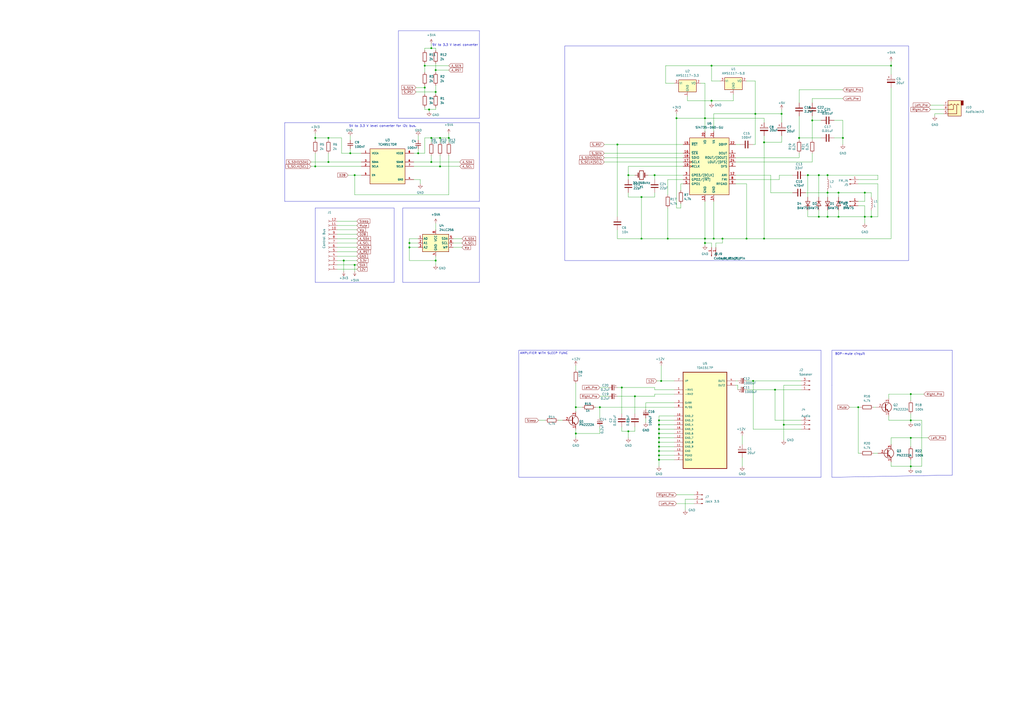
<source format=kicad_sch>
(kicad_sch (version 20230121) (generator eeschema)
  (paper "A2")
  (junction (at 438.15 66.04))
  (junction (at 182.88 80.01))
  (junction (at 383.54 220.98))
  (junction (at 368.3 229.87))
  (junction (at 372.11 114.3))
  (junction (at 190.5 80.01))
  (junction (at 528.32 254))
  (junction (at 205.74 101.6))
  (junction (at 382.27 251.46))
  (junction (at 237.49 143.51))
  (junction (at 454.66 246.38))
  (junction (at 347.98 236.22))
  (junction (at 528.32 270.51))
  (junction (at 392.43 68.58))
  (junction (at 246.38 38.1))
  (junction (at 252.73 40.64))
  (junction (at 382.27 256.54))
  (junction (at 412.75 58.42))
  (junction (at 364.49 250.19))
  (junction (at 419.1 138.43))
  (junction (at 199.39 151.13))
  (junction (at 528.32 228.6))
  (junction (at 246.38 50.8))
  (junction (at 203.2 88.9))
  (junction (at 468.63 101.6))
  (junction (at 463.55 80.01))
  (junction (at 260.35 80.01))
  (junction (at 237.49 140.97))
  (junction (at 248.92 63.5))
  (junction (at 436.88 220.98))
  (junction (at 250.19 80.01))
  (junction (at 364.49 101.6))
  (junction (at 408.94 140.97))
  (junction (at 382.27 254))
  (junction (at 453.39 66.04))
  (junction (at 379.73 101.6))
  (junction (at 480.06 101.6))
  (junction (at 443.23 138.43))
  (junction (at 252.73 151.13))
  (junction (at 205.74 153.67))
  (junction (at 382.27 246.38))
  (junction (at 486.41 111.76))
  (junction (at 382.27 248.92))
  (junction (at 382.27 261.62))
  (junction (at 358.14 83.82))
  (junction (at 474.98 125.73))
  (junction (at 474.98 101.6))
  (junction (at 255.27 80.01))
  (junction (at 334.01 236.22))
  (junction (at 255.27 96.52))
  (junction (at 252.73 53.34))
  (junction (at 443.23 82.55))
  (junction (at 382.27 266.7))
  (junction (at 334.01 251.46))
  (junction (at 372.11 138.43))
  (junction (at 471.17 69.85))
  (junction (at 382.27 243.84))
  (junction (at 497.84 236.22))
  (junction (at 182.88 96.52))
  (junction (at 242.57 88.9))
  (junction (at 190.5 93.98))
  (junction (at 414.02 138.43))
  (junction (at 382.27 259.08))
  (junction (at 408.94 138.43))
  (junction (at 408.94 68.58))
  (junction (at 528.32 243.84))
  (junction (at 480.06 111.76))
  (junction (at 412.75 38.1))
  (junction (at 501.65 111.76))
  (junction (at 449.58 226.06))
  (junction (at 433.07 138.43))
  (junction (at 250.19 93.98))
  (junction (at 382.27 264.16))
  (junction (at 250.19 27.94))
  (junction (at 488.95 80.01))
  (junction (at 360.68 224.79))
  (junction (at 501.65 125.73))
  (junction (at 387.35 138.43))
  (junction (at 516.89 38.1))
  (junction (at 505.46 125.73))
  (junction (at 480.06 125.73))
  (junction (at 486.41 125.73))
  (wire (pts (xy 414.02 66.04) (xy 414.02 76.2)))
  (wire (pts (xy 252.73 27.94) (xy 252.73 29.21)))
  (wire (pts (xy 347.98 236.22) (xy 391.16 236.22)))
  (wire (pts (xy 474.98 125.73) (xy 480.06 125.73)))
  (wire (pts (xy 199.39 157.48) (xy 199.39 151.13)))
  (wire (pts (xy 246.38 63.5) (xy 246.38 62.23)))
  (wire (pts (xy 394.97 106.68) (xy 394.97 110.49)))
  (wire (pts (xy 190.5 80.01) (xy 190.5 81.28)))
  (wire (pts (xy 207.01 130.81) (xy 195.58 130.81)))
  (wire (pts (xy 497.84 116.84) (xy 501.65 116.84)))
  (wire (pts (xy 433.07 46.99) (xy 438.15 46.99)))
  (wire (pts (xy 207.01 146.05) (xy 195.58 146.05)))
  (wire (pts (xy 453.39 78.74) (xy 453.39 82.55)))
  (wire (pts (xy 474.98 101.6) (xy 480.06 101.6)))
  (wire (pts (xy 190.5 88.9) (xy 190.5 93.98)))
  (wire (pts (xy 539.75 60.96) (xy 547.37 60.96)))
  (wire (pts (xy 480.06 125.73) (xy 486.41 125.73)))
  (wire (pts (xy 207.01 156.21) (xy 195.58 156.21)))
  (wire (pts (xy 382.27 266.7) (xy 382.27 270.51)))
  (wire (pts (xy 207.01 151.13) (xy 199.39 151.13)))
  (wire (pts (xy 387.35 120.65) (xy 387.35 138.43)))
  (wire (pts (xy 426.72 93.98) (xy 471.17 93.98)))
  (wire (pts (xy 358.14 83.82) (xy 358.14 125.73)))
  (wire (pts (xy 480.06 111.76) (xy 480.06 114.3)))
  (wire (pts (xy 433.07 220.98) (xy 436.88 220.98)))
  (polyline (pts (xy 278.13 71.12) (xy 278.13 116.84)))
  (wire (pts (xy 381 220.98) (xy 383.54 220.98)))
  (wire (pts (xy 443.23 138.43) (xy 516.89 138.43)))
  (wire (pts (xy 195.58 128.27) (xy 207.01 128.27)))
  (wire (pts (xy 372.11 114.3) (xy 372.11 138.43)))
  (wire (pts (xy 347.98 251.46) (xy 347.98 247.65)))
  (wire (pts (xy 433.07 106.68) (xy 433.07 138.43)))
  (wire (pts (xy 246.38 38.1) (xy 260.35 38.1)))
  (wire (pts (xy 347.98 236.22) (xy 345.44 236.22)))
  (wire (pts (xy 453.39 63.5) (xy 453.39 66.04)))
  (wire (pts (xy 382.27 248.92) (xy 382.27 246.38)))
  (wire (pts (xy 539.75 63.5) (xy 547.37 63.5)))
  (wire (pts (xy 207.01 148.59) (xy 195.58 148.59)))
  (wire (pts (xy 505.46 121.92) (xy 505.46 125.73)))
  (wire (pts (xy 358.14 138.43) (xy 358.14 133.35)))
  (polyline (pts (xy 278.13 17.78) (xy 278.13 68.58)))
  (wire (pts (xy 246.38 49.53) (xy 246.38 50.8)))
  (wire (pts (xy 242.57 138.43) (xy 237.49 138.43)))
  (polyline (pts (xy 278.13 163.83) (xy 278.13 120.65)))
  (wire (pts (xy 382.27 261.62) (xy 382.27 264.16)))
  (polyline (pts (xy 278.13 68.58) (xy 231.14 68.58)))
  (wire (pts (xy 433.07 138.43) (xy 443.23 138.43)))
  (wire (pts (xy 398.78 58.42) (xy 412.75 58.42)))
  (wire (pts (xy 427.99 223.52) (xy 427.99 226.06)))
  (wire (pts (xy 374.65 233.68) (xy 391.16 233.68)))
  (wire (pts (xy 528.32 270.51) (xy 528.32 271.78)))
  (wire (pts (xy 542.29 66.04) (xy 547.37 66.04)))
  (wire (pts (xy 515.62 228.6) (xy 528.32 228.6)))
  (wire (pts (xy 242.57 86.36) (xy 242.57 88.9)))
  (wire (pts (xy 334.01 251.46) (xy 334.01 254)))
  (wire (pts (xy 386.08 38.1) (xy 386.08 48.26)))
  (wire (pts (xy 467.36 101.6) (xy 468.63 101.6)))
  (wire (pts (xy 408.94 142.24) (xy 408.94 140.97)))
  (wire (pts (xy 463.55 52.07) (xy 463.55 59.69)))
  (wire (pts (xy 449.58 226.06) (xy 464.82 226.06)))
  (wire (pts (xy 398.78 55.88) (xy 398.78 58.42)))
  (wire (pts (xy 250.19 93.98) (xy 250.19 90.17)))
  (polyline (pts (xy 233.68 120.65) (xy 233.68 163.83)))
  (wire (pts (xy 368.3 229.87) (xy 368.3 240.03)))
  (wire (pts (xy 347.98 224.79) (xy 353.06 224.79)))
  (wire (pts (xy 463.55 81.28) (xy 463.55 80.01)))
  (wire (pts (xy 243.84 104.14) (xy 243.84 106.68)))
  (wire (pts (xy 387.35 104.14) (xy 396.24 104.14)))
  (wire (pts (xy 199.39 151.13) (xy 195.58 151.13)))
  (wire (pts (xy 207.01 153.67) (xy 205.74 153.67)))
  (wire (pts (xy 205.74 113.03) (xy 260.35 113.03)))
  (wire (pts (xy 205.74 101.6) (xy 205.74 113.03)))
  (wire (pts (xy 364.49 250.19) (xy 368.3 250.19)))
  (polyline (pts (xy 527.05 151.13) (xy 527.05 26.67)))
  (wire (pts (xy 347.98 229.87) (xy 353.06 229.87)))
  (wire (pts (xy 391.16 264.16) (xy 382.27 264.16)))
  (wire (pts (xy 534.67 243.84) (xy 534.67 270.51)))
  (wire (pts (xy 364.49 250.19) (xy 364.49 254)))
  (wire (pts (xy 323.85 243.84) (xy 326.39 243.84)))
  (wire (pts (xy 347.98 242.57) (xy 347.98 236.22)))
  (wire (pts (xy 488.95 57.15) (xy 471.17 57.15)))
  (wire (pts (xy 364.49 101.6) (xy 368.3 101.6)))
  (wire (pts (xy 241.3 50.8) (xy 246.38 50.8)))
  (wire (pts (xy 360.68 224.79) (xy 360.68 240.03)))
  (wire (pts (xy 414.02 138.43) (xy 419.1 138.43)))
  (wire (pts (xy 386.08 48.26) (xy 391.16 48.26)))
  (wire (pts (xy 528.32 228.6) (xy 535.94 228.6)))
  (wire (pts (xy 468.63 101.6) (xy 468.63 114.3)))
  (wire (pts (xy 486.41 121.92) (xy 486.41 125.73)))
  (polyline (pts (xy 165.1 116.84) (xy 165.1 71.12)))
  (wire (pts (xy 474.98 101.6) (xy 474.98 114.3)))
  (wire (pts (xy 360.68 250.19) (xy 364.49 250.19)))
  (wire (pts (xy 426.72 104.14) (xy 452.12 104.14)))
  (wire (pts (xy 486.41 111.76) (xy 501.65 111.76)))
  (wire (pts (xy 387.35 138.43) (xy 408.94 138.43)))
  (wire (pts (xy 240.03 104.14) (xy 243.84 104.14)))
  (wire (pts (xy 515.62 231.14) (xy 515.62 228.6)))
  (wire (pts (xy 382.27 248.92) (xy 391.16 248.92)))
  (wire (pts (xy 419.1 140.97) (xy 419.1 138.43)))
  (wire (pts (xy 486.41 125.73) (xy 501.65 125.73)))
  (wire (pts (xy 528.32 243.84) (xy 528.32 240.03)))
  (wire (pts (xy 426.72 220.98) (xy 427.99 220.98)))
  (wire (pts (xy 480.06 111.76) (xy 486.41 111.76)))
  (wire (pts (xy 379.73 226.06) (xy 379.73 224.79)))
  (wire (pts (xy 205.74 101.6) (xy 209.55 101.6)))
  (wire (pts (xy 382.27 241.3) (xy 391.16 241.3)))
  (wire (pts (xy 237.49 143.51) (xy 237.49 140.97)))
  (wire (pts (xy 408.94 116.84) (xy 408.94 138.43)))
  (wire (pts (xy 501.65 125.73) (xy 505.46 125.73)))
  (polyline (pts (xy 476.25 276.86) (xy 476.25 203.2)))
  (wire (pts (xy 509.27 106.68) (xy 509.27 125.73)))
  (wire (pts (xy 516.89 35.56) (xy 516.89 38.1)))
  (polyline (pts (xy 482.6 203.2) (xy 482.6 223.52)))
  (wire (pts (xy 246.38 88.9) (xy 246.38 80.01)))
  (wire (pts (xy 430.53 252.73) (xy 430.53 257.81)))
  (wire (pts (xy 501.65 125.73) (xy 501.65 129.54)))
  (wire (pts (xy 190.5 80.01) (xy 198.12 80.01)))
  (wire (pts (xy 248.92 63.5) (xy 246.38 63.5)))
  (wire (pts (xy 250.19 93.98) (xy 266.7 93.98)))
  (polyline (pts (xy 231.14 17.78) (xy 278.13 17.78)))
  (wire (pts (xy 387.35 113.03) (xy 387.35 104.14)))
  (wire (pts (xy 382.27 264.16) (xy 382.27 266.7)))
  (wire (pts (xy 426.72 106.68) (xy 433.07 106.68)))
  (wire (pts (xy 364.49 96.52) (xy 396.24 96.52)))
  (wire (pts (xy 394.97 118.11) (xy 394.97 120.65)))
  (wire (pts (xy 454.66 223.52) (xy 454.66 246.38)))
  (wire (pts (xy 452.12 101.6) (xy 459.74 101.6)))
  (wire (pts (xy 205.74 157.48) (xy 205.74 153.67)))
  (wire (pts (xy 501.65 119.38) (xy 501.65 125.73)))
  (wire (pts (xy 198.12 88.9) (xy 198.12 80.01)))
  (polyline (pts (xy 182.88 163.83) (xy 228.6 163.83)))
  (wire (pts (xy 242.57 143.51) (xy 237.49 143.51)))
  (polyline (pts (xy 527.05 26.67) (xy 327.66 26.67)))
  (wire (pts (xy 372.11 114.3) (xy 379.73 114.3)))
  (wire (pts (xy 468.63 121.92) (xy 468.63 125.73)))
  (wire (pts (xy 379.73 229.87) (xy 379.73 228.6)))
  (wire (pts (xy 242.57 88.9) (xy 246.38 88.9)))
  (wire (pts (xy 443.23 78.74) (xy 443.23 82.55)))
  (wire (pts (xy 464.82 248.92) (xy 436.88 248.92)))
  (polyline (pts (xy 327.66 26.67) (xy 327.66 151.13)))
  (wire (pts (xy 374.65 233.68) (xy 374.65 237.49)))
  (wire (pts (xy 509.27 104.14) (xy 497.84 104.14)))
  (wire (pts (xy 364.49 111.76) (xy 364.49 114.3)))
  (wire (pts (xy 408.94 68.58) (xy 443.23 68.58)))
  (wire (pts (xy 488.95 80.01) (xy 488.95 83.82)))
  (wire (pts (xy 497.84 106.68) (xy 509.27 106.68)))
  (wire (pts (xy 468.63 101.6) (xy 474.98 101.6)))
  (wire (pts (xy 392.43 287.02) (xy 402.59 287.02)))
  (wire (pts (xy 501.65 116.84) (xy 501.65 111.76)))
  (wire (pts (xy 433.07 226.06) (xy 449.58 226.06)))
  (wire (pts (xy 262.89 143.51) (xy 267.97 143.51)))
  (wire (pts (xy 350.52 83.82) (xy 358.14 83.82)))
  (wire (pts (xy 509.27 101.6) (xy 509.27 104.14)))
  (wire (pts (xy 476.25 69.85) (xy 471.17 69.85)))
  (wire (pts (xy 360.68 247.65) (xy 360.68 250.19)))
  (wire (pts (xy 382.27 254) (xy 382.27 256.54)))
  (wire (pts (xy 505.46 111.76) (xy 505.46 114.3)))
  (wire (pts (xy 528.32 243.84) (xy 534.67 243.84)))
  (polyline (pts (xy 228.6 163.83) (xy 228.6 120.65)))
  (wire (pts (xy 260.35 113.03) (xy 260.35 90.17)))
  (wire (pts (xy 248.92 64.77) (xy 248.92 63.5)))
  (wire (pts (xy 379.73 101.6) (xy 396.24 101.6)))
  (wire (pts (xy 453.39 82.55) (xy 443.23 82.55)))
  (wire (pts (xy 542.29 67.31) (xy 542.29 66.04)))
  (wire (pts (xy 471.17 88.9) (xy 471.17 93.98)))
  (wire (pts (xy 383.54 220.98) (xy 383.54 212.09)))
  (wire (pts (xy 237.49 143.51) (xy 237.49 151.13)))
  (wire (pts (xy 368.3 247.65) (xy 368.3 250.19)))
  (wire (pts (xy 240.03 96.52) (xy 255.27 96.52)))
  (wire (pts (xy 201.93 101.6) (xy 205.74 101.6)))
  (wire (pts (xy 364.49 101.6) (xy 364.49 104.14)))
  (polyline (pts (xy 165.1 71.12) (xy 278.13 71.12)))
  (wire (pts (xy 334.01 236.22) (xy 337.82 236.22)))
  (wire (pts (xy 190.5 93.98) (xy 209.55 93.98)))
  (wire (pts (xy 534.67 270.51) (xy 528.32 270.51)))
  (wire (pts (xy 454.66 246.38) (xy 464.82 246.38)))
  (wire (pts (xy 408.94 48.26) (xy 406.4 48.26)))
  (wire (pts (xy 246.38 27.94) (xy 250.19 27.94)))
  (wire (pts (xy 426.72 91.44) (xy 463.55 91.44)))
  (wire (pts (xy 412.75 58.42) (xy 412.75 59.69)))
  (wire (pts (xy 255.27 80.01) (xy 260.35 80.01)))
  (polyline (pts (xy 233.68 163.83) (xy 278.13 163.83)))
  (wire (pts (xy 207.01 138.43) (xy 195.58 138.43)))
  (wire (pts (xy 382.27 246.38) (xy 382.27 243.84)))
  (wire (pts (xy 408.94 140.97) (xy 408.94 138.43)))
  (wire (pts (xy 408.94 68.58) (xy 392.43 68.58)))
  (wire (pts (xy 255.27 80.01) (xy 255.27 82.55)))
  (wire (pts (xy 417.83 46.99) (xy 412.75 46.99)))
  (wire (pts (xy 252.73 148.59) (xy 252.73 151.13)))
  (wire (pts (xy 452.12 104.14) (xy 452.12 101.6)))
  (wire (pts (xy 509.27 125.73) (xy 505.46 125.73)))
  (wire (pts (xy 379.73 114.3) (xy 379.73 111.76)))
  (wire (pts (xy 240.03 88.9) (xy 242.57 88.9)))
  (wire (pts (xy 246.38 50.8) (xy 246.38 54.61)))
  (wire (pts (xy 248.92 63.5) (xy 252.73 63.5)))
  (polyline (pts (xy 552.45 203.2) (xy 482.6 203.2)))
  (wire (pts (xy 425.45 58.42) (xy 425.45 54.61)))
  (wire (pts (xy 415.29 143.51) (xy 415.29 140.97)))
  (wire (pts (xy 182.88 96.52) (xy 209.55 96.52)))
  (wire (pts (xy 334.01 236.22) (xy 334.01 238.76)))
  (wire (pts (xy 350.52 88.9) (xy 396.24 88.9)))
  (wire (pts (xy 237.49 140.97) (xy 242.57 140.97)))
  (wire (pts (xy 506.73 236.22) (xy 508 236.22)))
  (wire (pts (xy 252.73 40.64) (xy 252.73 41.91)))
  (polyline (pts (xy 482.6 276.86) (xy 552.45 275.59)))
  (wire (pts (xy 382.27 243.84) (xy 391.16 243.84)))
  (wire (pts (xy 486.41 111.76) (xy 486.41 114.3)))
  (wire (pts (xy 499.11 262.89) (xy 497.84 262.89)))
  (wire (pts (xy 392.43 68.58) (xy 392.43 120.65)))
  (wire (pts (xy 528.32 270.51) (xy 516.89 270.51)))
  (wire (pts (xy 453.39 71.12) (xy 453.39 66.04)))
  (wire (pts (xy 412.75 46.99) (xy 412.75 38.1)))
  (wire (pts (xy 255.27 96.52) (xy 266.7 96.52)))
  (polyline (pts (xy 278.13 116.84) (xy 165.1 116.84)))
  (wire (pts (xy 408.94 48.26) (xy 408.94 68.58)))
  (wire (pts (xy 394.97 106.68) (xy 396.24 106.68)))
  (wire (pts (xy 488.95 69.85) (xy 488.95 80.01)))
  (wire (pts (xy 203.2 88.9) (xy 209.55 88.9)))
  (polyline (pts (xy 233.68 120.65) (xy 278.13 120.65)))
  (wire (pts (xy 474.98 121.92) (xy 474.98 125.73)))
  (wire (pts (xy 426.72 83.82) (xy 429.26 83.82)))
  (wire (pts (xy 246.38 80.01) (xy 250.19 80.01)))
  (wire (pts (xy 350.52 91.44) (xy 396.24 91.44)))
  (wire (pts (xy 412.75 143.51) (xy 412.75 140.97)))
  (wire (pts (xy 312.42 243.84) (xy 316.23 243.84)))
  (wire (pts (xy 334.01 251.46) (xy 347.98 251.46)))
  (wire (pts (xy 207.01 133.35) (xy 195.58 133.35)))
  (wire (pts (xy 414.02 116.84) (xy 414.02 138.43)))
  (wire (pts (xy 375.92 101.6) (xy 379.73 101.6)))
  (polyline (pts (xy 182.88 120.65) (xy 182.88 163.83)))
  (wire (pts (xy 483.87 69.85) (xy 488.95 69.85)))
  (wire (pts (xy 408.94 68.58) (xy 408.94 76.2)))
  (wire (pts (xy 391.16 226.06) (xy 379.73 226.06)))
  (wire (pts (xy 528.32 254) (xy 538.48 254)))
  (wire (pts (xy 182.88 80.01) (xy 190.5 80.01)))
  (wire (pts (xy 392.43 292.1) (xy 402.59 292.1)))
  (wire (pts (xy 516.89 254) (xy 528.32 254)))
  (wire (pts (xy 392.43 66.04) (xy 392.43 68.58)))
  (wire (pts (xy 430.53 265.43) (xy 430.53 270.51)))
  (wire (pts (xy 415.29 140.97) (xy 419.1 140.97)))
  (wire (pts (xy 397.51 289.56) (xy 397.51 295.91)))
  (wire (pts (xy 180.34 96.52) (xy 182.88 96.52)))
  (wire (pts (xy 506.73 262.89) (xy 509.27 262.89)))
  (wire (pts (xy 459.74 111.76) (xy 447.04 111.76)))
  (wire (pts (xy 412.75 38.1) (xy 516.89 38.1)))
  (wire (pts (xy 255.27 96.52) (xy 255.27 90.17)))
  (wire (pts (xy 358.14 229.87) (xy 368.3 229.87)))
  (wire (pts (xy 372.11 138.43) (xy 387.35 138.43)))
  (wire (pts (xy 386.08 38.1) (xy 412.75 38.1)))
  (wire (pts (xy 237.49 138.43) (xy 237.49 140.97)))
  (wire (pts (xy 262.89 140.97) (xy 267.97 140.97)))
  (wire (pts (xy 182.88 96.52) (xy 182.88 88.9)))
  (polyline (pts (xy 482.6 223.52) (xy 482.6 276.86)))
  (wire (pts (xy 252.73 53.34) (xy 252.73 54.61)))
  (wire (pts (xy 463.55 67.31) (xy 463.55 80.01)))
  (wire (pts (xy 241.3 53.34) (xy 252.73 53.34)))
  (wire (pts (xy 246.38 27.94) (xy 246.38 29.21)))
  (wire (pts (xy 364.49 96.52) (xy 364.49 101.6)))
  (wire (pts (xy 252.73 129.54) (xy 252.73 133.35)))
  (wire (pts (xy 260.35 82.55) (xy 260.35 80.01)))
  (wire (pts (xy 334.01 248.92) (xy 334.01 251.46)))
  (wire (pts (xy 252.73 63.5) (xy 252.73 62.23)))
  (wire (pts (xy 382.27 266.7) (xy 391.16 266.7)))
  (wire (pts (xy 260.35 77.47) (xy 260.35 80.01)))
  (wire (pts (xy 252.73 40.64) (xy 252.73 36.83)))
  (wire (pts (xy 379.73 228.6) (xy 391.16 228.6)))
  (wire (pts (xy 443.23 71.12) (xy 443.23 68.58)))
  (wire (pts (xy 436.88 220.98) (xy 464.82 220.98)))
  (wire (pts (xy 515.62 243.84) (xy 528.32 243.84)))
  (wire (pts (xy 182.88 77.47) (xy 182.88 80.01)))
  (polyline (pts (xy 300.99 276.86) (xy 476.25 276.86)))
  (wire (pts (xy 528.32 228.6) (xy 528.32 232.41)))
  (wire (pts (xy 203.2 88.9) (xy 203.2 86.36)))
  (wire (pts (xy 516.89 257.81) (xy 516.89 254)))
  (polyline (pts (xy 182.88 120.65) (xy 228.6 120.65)))
  (wire (pts (xy 203.2 78.74) (xy 203.2 81.28)))
  (polyline (pts (xy 231.14 17.78) (xy 231.14 68.58)))
  (wire (pts (xy 252.73 40.64) (xy 260.35 40.64)))
  (wire (pts (xy 419.1 138.43) (xy 433.07 138.43)))
  (wire (pts (xy 242.57 78.74) (xy 242.57 81.28)))
  (wire (pts (xy 528.32 254) (xy 528.32 259.08)))
  (wire (pts (xy 449.58 226.06) (xy 449.58 243.84)))
  (wire (pts (xy 364.49 114.3) (xy 372.11 114.3)))
  (wire (pts (xy 497.84 262.89) (xy 497.84 236.22)))
  (wire (pts (xy 383.54 220.98) (xy 391.16 220.98)))
  (wire (pts (xy 180.34 93.98) (xy 190.5 93.98)))
  (wire (pts (xy 182.88 80.01) (xy 182.88 81.28)))
  (wire (pts (xy 471.17 67.31) (xy 471.17 69.85)))
  (wire (pts (xy 250.19 27.94) (xy 252.73 27.94)))
  (wire (pts (xy 402.59 289.56) (xy 397.51 289.56)))
  (wire (pts (xy 252.73 151.13) (xy 252.73 153.67)))
  (wire (pts (xy 463.55 91.44) (xy 463.55 88.9)))
  (wire (pts (xy 358.14 83.82) (xy 396.24 83.82)))
  (wire (pts (xy 379.73 224.79) (xy 360.68 224.79)))
  (wire (pts (xy 382.27 248.92) (xy 382.27 251.46)))
  (wire (pts (xy 427.99 223.52) (xy 426.72 223.52)))
  (wire (pts (xy 501.65 111.76) (xy 505.46 111.76)))
  (wire (pts (xy 528.32 243.84) (xy 528.32 245.11)))
  (wire (pts (xy 463.55 80.01) (xy 476.25 80.01)))
  (wire (pts (xy 382.27 256.54) (xy 382.27 259.08)))
  (wire (pts (xy 468.63 125.73) (xy 474.98 125.73)))
  (wire (pts (xy 252.73 49.53) (xy 252.73 53.34)))
  (wire (pts (xy 382.27 259.08) (xy 382.27 261.62)))
  (wire (pts (xy 438.15 46.99) (xy 438.15 66.04)))
  (wire (pts (xy 516.89 50.8) (xy 516.89 138.43)))
  (wire (pts (xy 408.94 140.97) (xy 412.75 140.97)))
  (wire (pts (xy 497.84 236.22) (xy 499.11 236.22)))
  (polyline (pts (xy 327.66 151.13) (xy 527.05 151.13)))
  (wire (pts (xy 497.84 119.38) (xy 501.65 119.38)))
  (wire (pts (xy 237.49 151.13) (xy 252.73 151.13)))
  (wire (pts (xy 515.62 241.3) (xy 515.62 243.84)))
  (wire (pts (xy 250.19 80.01) (xy 255.27 80.01)))
  (wire (pts (xy 360.68 224.79) (xy 358.14 224.79)))
  (wire (pts (xy 454.66 223.52) (xy 464.82 223.52)))
  (wire (pts (xy 207.01 140.97) (xy 195.58 140.97)))
  (wire (pts (xy 374.65 242.57) (xy 374.65 245.11)))
  (wire (pts (xy 379.73 104.14) (xy 379.73 101.6)))
  (polyline (pts (xy 552.45 275.59) (xy 552.45 203.2)))
  (wire (pts (xy 368.3 229.87) (xy 379.73 229.87)))
  (wire (pts (xy 198.12 88.9) (xy 203.2 88.9)))
  (wire (pts (xy 408.94 138.43) (xy 414.02 138.43)))
  (polyline (pts (xy 300.99 203.2) (xy 300.99 276.86)))
  (wire (pts (xy 207.01 135.89) (xy 195.58 135.89)))
  (wire (pts (xy 516.89 43.18) (xy 516.89 38.1)))
  (wire (pts (xy 471.17 57.15) (xy 471.17 59.69)))
  (wire (pts (xy 382.27 251.46) (xy 382.27 254)))
  (wire (pts (xy 447.04 111.76) (xy 447.04 101.6)))
  (wire (pts (xy 483.87 80.01) (xy 488.95 80.01)))
  (wire (pts (xy 480.06 101.6) (xy 480.06 102.87)))
  (wire (pts (xy 436.88 83.82) (xy 438.15 83.82)))
  (wire (pts (xy 382.27 246.38) (xy 391.16 246.38)))
  (wire (pts (xy 334.01 212.09) (xy 334.01 214.63)))
  (wire (pts (xy 334.01 222.25) (xy 334.01 236.22)))
  (wire (pts (xy 480.06 101.6) (xy 509.27 101.6)))
  (wire (pts (xy 358.14 138.43) (xy 372.11 138.43)))
  (wire (pts (xy 480.06 121.92) (xy 480.06 125.73)))
  (wire (pts (xy 205.74 153.67) (xy 195.58 153.67)))
  (wire (pts (xy 250.19 80.01) (xy 250.19 82.55)))
  (wire (pts (xy 471.17 81.28) (xy 471.17 69.85)))
  (wire (pts (xy 382.27 243.84) (xy 382.27 241.3)))
  (wire (pts (xy 443.23 82.55) (xy 443.23 138.43)))
  (wire (pts (xy 438.15 66.04) (xy 414.02 66.04)))
  (wire (pts (xy 497.84 236.22) (xy 492.76 236.22)))
  (wire (pts (xy 412.75 58.42) (xy 425.45 58.42)))
  (wire (pts (xy 250.19 25.4) (xy 250.19 27.94)))
  (wire (pts (xy 528.32 266.7) (xy 528.32 270.51)))
  (wire (pts (xy 382.27 254) (xy 391.16 254)))
  (wire (pts (xy 438.15 83.82) (xy 438.15 66.04)))
  (wire (pts (xy 480.06 110.49) (xy 480.06 111.76)))
  (wire (pts (xy 438.15 66.04) (xy 453.39 66.04)))
  (wire (pts (xy 240.03 93.98) (xy 250.19 93.98)))
  (wire (pts (xy 454.66 246.38) (xy 454.66 255.27)))
  (wire (pts (xy 382.27 256.54) (xy 391.16 256.54)))
  (wire (pts (xy 382.27 259.08) (xy 391.16 259.08)))
  (polyline (pts (xy 300.99 203.2) (xy 476.25 203.2)))
  (wire (pts (xy 246.38 38.1) (xy 246.38 41.91)))
  (wire (pts (xy 382.27 261.62) (xy 391.16 261.62)))
  (wire (pts (xy 447.04 101.6) (xy 426.72 101.6)))
  (wire (pts (xy 246.38 38.1) (xy 246.38 36.83)))
  (wire (pts (xy 488.95 52.07) (xy 463.55 52.07)))
  (wire (pts (xy 436.88 220.98) (xy 436.88 248.92)))
  (wire (pts (xy 350.52 93.98) (xy 396.24 93.98)))
  (wire (pts (xy 391.16 251.46) (xy 382.27 251.46)))
  (wire (pts (xy 467.36 111.76) (xy 480.06 111.76)))
  (wire (pts (xy 392.43 120.65) (xy 394.97 120.65)))
  (wire (pts (xy 449.58 243.84) (xy 464.82 243.84)))
  (wire (pts (xy 262.89 138.43) (xy 267.97 138.43)))
  (wire (pts (xy 207.01 143.51) (xy 195.58 143.51)))
  (wire (pts (xy 516.89 270.51) (xy 516.89 267.97)))
  (text "5V to 3.3 V level converter for I2c bus." (at 202.438 73.914 0) (effects (font (size 1.27 1.27)) (justify left bottom)))
  (text "5V to 3.3 V level converter" (at 250.698 26.924 0) (effects (font (size 1.27 1.27)) (justify left bottom)))
  (text "BOP-mute cirquit" (at 484.378 206.121 0) (effects (font (size 1.27 1.27)) (justify left bottom)))
  (text "AMPLIFIER WITH SLEEP FUNC" (at 301.625 205.74 0) (effects (font (size 1.27 1.27)) (justify left bottom)))
  (global_label "Left_Pre" (shape input) (at 392.43 292.1 180) (property "Intersheetrefs" "${INTERSHEET_REFS}" (effects hide)))
  (global_label "Left_Pre" (shape input) (at 488.95 57.15 0) (property "Intersheetrefs" "${INTERSHEET_REFS}" (effects hide)))
  (global_label "S_RST" (shape input) (at 241.3 53.34 180) (property "Intersheetrefs" "${INTERSHEET_REFS}" (effects hide)))
  (global_label "A_SCL" (shape input) (at 267.97 140.97 0) (property "Intersheetrefs" "${INTERSHEET_REFS}" (effects hide)))
  (global_label "Mute" (shape input) (at 207.01 130.81 0) (property "Intersheetrefs" "${INTERSHEET_REFS}" (effects hide)))
  (global_label "A_SCL" (shape input) (at 207.01 140.97 0) (property "Intersheetrefs" "${INTERSHEET_REFS}" (effects hide)))
  (global_label "Left_Pre" (shape input) (at 538.48 254 0) (property "Intersheetrefs" "${INTERSHEET_REFS}" (effects hide)))
  (global_label "3.3V" (shape input) (at 207.01 151.13 0) (property "Intersheetrefs" "${INTERSHEET_REFS}" (effects hide)))
  (global_label "A_SDA" (shape input) (at 207.01 138.43 0) (property "Intersheetrefs" "${INTERSHEET_REFS}" (effects hide)))
  (global_label "D28" (shape input) (at 201.93 101.6 180) (property "Intersheetrefs" "${INTERSHEET_REFS}" (effects hide)))
  (global_label "Sleep" (shape input) (at 312.42 243.84 180) (property "Intersheetrefs" "${INTERSHEET_REFS}" (effects hide)))
  (global_label "S_SEN" (shape input) (at 350.52 88.9 180) (property "Intersheetrefs" "${INTERSHEET_REFS}" (effects hide)))
  (global_label "A_SEN" (shape input) (at 207.01 143.51 0) (property "Intersheetrefs" "${INTERSHEET_REFS}" (effects hide)))
  (global_label "Right_Pre" (shape input) (at 488.95 52.07 0) (property "Intersheetrefs" "${INTERSHEET_REFS}" (effects hide)))
  (global_label "S_SDIO(SDA)" (shape input) (at 180.34 93.98 180) (property "Intersheetrefs" "${INTERSHEET_REFS}" (effects hide)))
  (global_label "A_SDA" (shape input) (at 266.7 93.98 0) (property "Intersheetrefs" "${INTERSHEET_REFS}" (effects hide)))
  (global_label "Mute" (shape input) (at 492.76 236.22 180) (property "Intersheetrefs" "${INTERSHEET_REFS}" (effects hide)))
  (global_label "Wp" (shape input) (at 207.01 133.35 0) (property "Intersheetrefs" "${INTERSHEET_REFS}" (effects hide)))
  (global_label "Right_Pre" (shape input) (at 539.75 63.5 180) (property "Intersheetrefs" "${INTERSHEET_REFS}" (effects hide)))
  (global_label "Left_Pre" (shape input) (at 347.98 224.79 180) (property "Intersheetrefs" "${INTERSHEET_REFS}" (effects hide)))
  (global_label "Right_Pre" (shape input) (at 347.98 229.87 180) (property "Intersheetrefs" "${INTERSHEET_REFS}" (effects hide)))
  (global_label "Right_Pre" (shape input) (at 392.43 287.02 180) (property "Intersheetrefs" "${INTERSHEET_REFS}" (effects hide)))
  (global_label "A_RST" (shape input) (at 207.01 146.05 0) (property "Intersheetrefs" "${INTERSHEET_REFS}" (effects hide)))
  (global_label "A_SDA" (shape input) (at 267.97 138.43 0) (property "Intersheetrefs" "${INTERSHEET_REFS}" (effects hide)))
  (global_label "S_SDIO(SDA)" (shape input) (at 350.52 91.44 180) (property "Intersheetrefs" "${INTERSHEET_REFS}" (effects hide)))
  (global_label "S_RST" (shape input) (at 350.52 83.82 180) (property "Intersheetrefs" "${INTERSHEET_REFS}" (effects hide)))
  (global_label "A_SEN" (shape input) (at 260.35 38.1 0) (property "Intersheetrefs" "${INTERSHEET_REFS}" (effects hide)))
  (global_label "S_SCLK(SCL)" (shape input) (at 180.34 96.52 180) (property "Intersheetrefs" "${INTERSHEET_REFS}" (effects hide)))
  (global_label "A_SCL" (shape input) (at 266.7 96.52 0) (property "Intersheetrefs" "${INTERSHEET_REFS}" (effects hide)))
  (global_label "5VA" (shape input) (at 207.01 153.67 0) (property "Intersheetrefs" "${INTERSHEET_REFS}" (effects hide)))
  (global_label "A_RST" (shape input) (at 260.35 40.64 0) (property "Intersheetrefs" "${INTERSHEET_REFS}" (effects hide)))
  (global_label "S_SEN" (shape input) (at 241.3 50.8 180) (property "Intersheetrefs" "${INTERSHEET_REFS}" (effects hide)))
  (global_label "Wp" (shape input) (at 267.97 143.51 0) (property "Intersheetrefs" "${INTERSHEET_REFS}" (effects hide)))
  (global_label "S_SCLK(SCL)" (shape input) (at 350.52 93.98 180) (property "Intersheetrefs" "${INTERSHEET_REFS}" (effects hide)))
  (global_label "Left_Pre" (shape input) (at 539.75 60.96 180) (property "Intersheetrefs" "${INTERSHEET_REFS}" (effects hide)))
  (global_label "12V" (shape input) (at 207.01 156.21 0) (property "Intersheetrefs" "${INTERSHEET_REFS}" (effects hide)))
  (global_label "Right_Pre" (shape input) (at 535.94 228.6 0) (property "Intersheetrefs" "${INTERSHEET_REFS}" (effects hide)))
  (global_label "Sleep" (shape input) (at 207.01 128.27 0) (property "Intersheetrefs" "${INTERSHEET_REFS}" (effects hide)))
  (global_label "GND" (shape input) (at 207.01 148.59 0) (property "Intersheetrefs" "${INTERSHEET_REFS}" (effects hide)))
  (global_label "12V" (shape input) (at 381 220.98 180) (property "Intersheetrefs" "${INTERSHEET_REFS}" (effects hide)))
  (global_label "D28" (shape input) (at 207.01 135.89 0) (property "Intersheetrefs" "${INTERSHEET_REFS}" (effects hide)))
  (symbol (lib_id "RF_AM_FM:Si4735-D60-GU") (at 411.48 96.52 0) (unit 1)
    (property "Reference" "U6" (at 411.48 71.6026 0))
    (property "Value" "Si4735-D60-GU" (at 411.48 73.914 0))
    (property "Footprint" "Package_SO:SSOP-24_3.9x8.7mm_P0.635mm" (effects hide))
    (property "Datasheet" "http://www.silabs.com/Support%20Documents/TechnicalDocs/Si4730-31-34-35-D60.pdf" (effects hide))
  )
  (symbol (lib_id "Device:Crystal") (at 372.11 101.6 180) (unit 1)
    (property "Reference" "Y1" (at 372.11 108.4072 0))
    (property "Value" "32.768kHz" (at 372.11 106.0958 0))
    (property "Footprint" "Crystal:Crystal_C38-LF_D3.0mm_L8.0mm_Horizontal" (effects hide))
  )
  (symbol (lib_id "Device:C") (at 364.49 107.95 0) (unit 1)
    (property "Reference" "C23" (at 367.411 106.7816 0) (effects (justify left)))
    (property "Value" "22pF" (at 367.411 109.093 0) (effects (justify left)))
    (property "Footprint" "Capacitor_SMD:C_1206_3216Metric" (effects hide))
  )
  (symbol (lib_id "Device:C") (at 379.73 107.95 0) (unit 1)
    (property "Reference" "C24" (at 382.651 106.7816 0) (effects (justify left)))
    (property "Value" "22pF" (at 382.651 109.093 0) (effects (justify left)))
    (property "Footprint" "Capacitor_SMD:C_1206_3216Metric" (effects hide))
  )
  (symbol (lib_id "Device:C") (at 463.55 111.76 270) (unit 1)
    (property "Reference" "C10" (at 463.55 105.3592 90))
    (property "Value" "470nF" (at 463.55 107.6706 90))
    (property "Footprint" "Capacitor_SMD:C_1206_3216Metric" (effects hide))
  )
  (symbol (lib_id "Device:C") (at 358.14 129.54 0) (unit 1)
    (property "Reference" "C6" (at 360.68 132.08 0) (effects (justify left)))
    (property "Value" "10n" (at 360.68 134.62 0) (effects (justify left)))
    (property "Footprint" "Capacitor_SMD:C_1206_3216Metric" (effects hide))
  )
  (symbol (lib_id "Device:R") (at 463.55 85.09 0) (unit 1)
    (property "Reference" "R19" (at 458.2922 85.09 90))
    (property "Value" "0.2k" (at 460.6036 85.09 90))
    (property "Footprint" "Resistor_SMD:R_1206_3216Metric" (effects hide))
  )
  (symbol (lib_id "Device:R") (at 471.17 85.09 0) (unit 1)
    (property "Reference" "R21" (at 465.9122 85.09 90))
    (property "Value" "0.2k" (at 468.2236 85.09 90))
    (property "Footprint" "Resistor_SMD:R_1206_3216Metric" (effects hide))
  )
  (symbol (lib_id "Device:C") (at 480.06 69.85 270) (unit 1)
    (property "Reference" "C21" (at 480.06 63.4492 90))
    (property "Value" "0.01uF" (at 480.06 65.7606 90))
    (property "Footprint" "Capacitor_THT:C_Disc_D3.4mm_W2.1mm_P2.50mm" (effects hide))
  )
  (symbol (lib_id "Device:C") (at 480.06 80.01 270) (unit 1)
    (property "Reference" "C17" (at 480.06 73.6092 90))
    (property "Value" "0.01uF" (at 480.06 75.9206 90))
    (property "Footprint" "Capacitor_THT:C_Disc_D3.4mm_W2.1mm_P2.50mm" (effects hide))
  )
  (symbol (lib_id "Device:C") (at 463.55 63.5 0) (unit 1)
    (property "Reference" "C18" (at 466.471 62.3316 0) (effects (justify left)))
    (property "Value" "2.2uF" (at 466.471 64.643 0) (effects (justify left)))
    (property "Footprint" "Capacitor_THT:CP_Radial_D4.0mm_P2.00mm" (effects hide))
  )
  (symbol (lib_id "Device:C") (at 471.17 63.5 0) (unit 1)
    (property "Reference" "C22" (at 474.091 62.3316 0) (effects (justify left)))
    (property "Value" "2.2uF" (at 474.091 64.643 0) (effects (justify left)))
    (property "Footprint" "Capacitor_THT:CP_Radial_D4.0mm_P2.00mm" (effects hide))
  )
  (symbol (lib_id "Device:CP") (at 443.23 74.93 0) (unit 1)
    (property "Reference" "C8" (at 446.2272 73.7616 0) (effects (justify left)))
    (property "Value" "20uF" (at 446.405 75.565 0) (effects (justify left)))
    (property "Footprint" "Capacitor_THT:CP_Radial_D5.0mm_P2.00mm" (effects hide))
  )
  (symbol (lib_id "Device:C") (at 433.07 83.82 270) (unit 1)
    (property "Reference" "C15" (at 433.07 77.4192 90))
    (property "Value" "100nF" (at 433.07 79.7306 90))
    (property "Footprint" "Capacitor_SMD:C_1206_3216Metric" (effects hide))
  )
  (symbol (lib_id "Device:C") (at 463.55 101.6 270) (unit 1)
    (property "Reference" "C13" (at 463.55 95.1992 90))
    (property "Value" "33nF" (at 463.55 97.5106 90))
    (property "Footprint" "Capacitor_SMD:C_1206_3216Metric" (effects hide))
  )
  (symbol (lib_id "Connector:Conn_01x02_Male") (at 492.76 116.84 0) (unit 1)
    (property "Reference" "J3" (at 492.0488 119.8372 0) (effects (justify right)))
    (property "Value" "AM_IN" (at 492.0488 117.5258 0) (effects (justify right)))
    (property "Footprint" "Connector_Coaxial:SMA_Amphenol_901-143_Horizontal" (effects hide))
  )
  (symbol (lib_id "Device:R") (at 246.38 33.02 0) (unit 1)
    (property "Reference" "R11" (at 248.92 31.7499 0) (effects (justify left)))
    (property "Value" "2k" (at 248.92 34.2899 0) (effects (justify left)))
    (property "Footprint" "Resistor_SMD:R_1206_3216Metric" (effects hide))
  )
  (symbol (lib_id "Device:R") (at 528.32 236.22 0) (unit 1)
    (property "Reference" "R18" (at 530.86 234.9499 0) (effects (justify left)))
    (property "Value" "100k" (at 530.86 237.4899 0) (effects (justify left)))
    (property "Footprint" "Resistor_SMD:R_1206_3216Metric" (effects hide))
  )
  (symbol (lib_id "Device:C_Polarized_Small") (at 355.6 224.79 270) (unit 1)
    (property "Reference" "C20" (at 351.155 223.52 90))
    (property "Value" "0.2uF" (at 351.155 226.06 90))
    (property "Footprint" "Capacitor_THT:CP_Radial_D4.0mm_P2.00mm" (effects hide))
  )
  (symbol (lib_id "Device:R") (at 528.32 262.89 0) (unit 1)
    (property "Reference" "R22" (at 530.86 261.6199 0) (effects (justify left)))
    (property "Value" "100k" (at 530.86 264.1599 0) (effects (justify left)))
    (property "Footprint" "Resistor_SMD:R_1206_3216Metric" (effects hide))
  )
  (symbol (lib_id "Device:C_Polarized_Small") (at 355.6 229.87 270) (unit 1)
    (property "Reference" "C19" (at 351.155 228.6 90))
    (property "Value" "0.2uF" (at 351.155 231.14 90))
    (property "Footprint" "Capacitor_THT:CP_Radial_D4.0mm_P2.00mm" (effects hide))
  )
  (symbol (lib_id "Device:R") (at 246.38 45.72 0) (unit 1)
    (property "Reference" "R3" (at 248.92 44.4499 0) (effects (justify left)))
    (property "Value" "2k" (at 248.92 46.9899 0) (effects (justify left)))
    (property "Footprint" "Resistor_SMD:R_1206_3216Metric" (effects hide))
  )
  (symbol (lib_id "Regulator_Linear:AMS1117-3.3") (at 398.78 48.26 0) (unit 1)
    (property "Reference" "U2" (at 398.78 41.275 0))
    (property "Value" "AMS1117-3.3" (at 398.78 43.815 0))
    (property "Footprint" "Package_TO_SOT_SMD:SOT-223-3_TabPin2" (effects hide))
    (property "Datasheet" "http://www.advanced-monolithic.com/pdf/ds1117.pdf" (effects hide))
  )
  (symbol (lib_id "Device:R") (at 255.27 86.36 0) (unit 1)
    (property "Reference" "R10" (at 255.27 81.28 0) (effects (justify left)))
    (property "Value" "10k" (at 255.27 82.55 0) (effects (justify left)))
    (property "Footprint" "Resistor_SMD:R_1206_3216Metric" (effects hide))
  )
  (symbol (lib_id "Device:R") (at 182.88 85.09 0) (unit 1)
    (property "Reference" "R5" (at 185.42 83.8199 0) (effects (justify left)))
    (property "Value" "2k" (at 185.42 86.3599 0) (effects (justify left)))
    (property "Footprint" "Resistor_SMD:R_1206_3216Metric" (effects hide))
  )
  (symbol (lib_id "Device:R") (at 334.01 218.44 0) (unit 1)
    (property "Reference" "R8" (at 335.28 215.9 0) (effects (justify left)))
    (property "Value" "1k" (at 335.28 217.805 0) (effects (justify left)))
    (property "Footprint" "Resistor_SMD:R_1206_3216Metric" (effects hide))
  )
  (symbol (lib_id "power:GND") (at 412.75 59.69 0) (unit 1)
    (property "Reference" "#PWR0102" (effects hide))
    (property "Value" "GND" (at 416.56 60.96 0))
  )
  (symbol (lib_id "power:GND") (at 528.32 245.11 0) (unit 1)
    (property "Reference" "#PWR0113" (effects hide))
    (property "Value" "GND" (at 532.13 246.38 0))
  )
  (symbol (lib_id "Connector:Conn_01x12_Female") (at 190.5 143.51 180) (unit 1)
    (property "Reference" "J1" (at 191.135 123.19 0))
    (property "Value" "Control Bus" (at 187.96 138.43 90))
    (property "Footprint" "Connector_PinSocket_2.54mm:PinSocket_1x12_P2.54mm_Vertical" (effects hide))
  )
  (symbol (lib_id "Device:L") (at 505.46 118.11 0) (unit 1)
    (property "Reference" "L1" (at 506.73 116.8399 0) (effects (justify left)))
    (property "Value" "L" (at 506.73 119.3799 0) (effects (justify left)))
    (property "Footprint" "Inductor_THT:L_Axial_L7.0mm_D3.3mm_P5.08mm_Vertical_Fastron_MICC" (effects hide))
  )
  (symbol (lib_id "power:+5V") (at 453.39 63.5 0) (unit 1)
    (property "Reference" "#PWR0123" (effects hide))
    (property "Value" "+5V" (at 453.39 59.69 0))
  )
  (symbol (lib_id "Device:R") (at 260.35 86.36 0) (unit 1)
    (property "Reference" "R13" (at 260.35 81.28 0) (effects (justify left)))
    (property "Value" "10k" (at 260.35 82.55 0) (effects (justify left)))
    (property "Footprint" "Resistor_SMD:R_1206_3216Metric" (effects hide))
  )
  (symbol (lib_id "Device:R") (at 252.73 45.72 0) (unit 1)
    (property "Reference" "R2" (at 255.27 44.4499 0) (effects (justify left)))
    (property "Value" "2k" (at 255.27 46.9899 0) (effects (justify left)))
    (property "Footprint" "Resistor_SMD:R_1206_3216Metric" (effects hide))
  )
  (symbol (lib_id "Transistor_BJT:PN2222A") (at 514.35 262.89 0) (unit 1)
    (property "Reference" "Q3" (at 520.065 261.6199 0) (effects (justify left)))
    (property "Value" "PN2222A" (at 520.065 264.1599 0) (effects (justify left)))
    (property "Footprint" "Package_TO_SOT_THT:TO-92_Inline" (effects hide))
    (property "Datasheet" "https://www.onsemi.com/pub/Collateral/PN2222-D.PDF" (effects hide))
  )
  (symbol (lib_id "power:+5VA") (at 252.73 129.54 0) (unit 1)
    (property "Reference" "#PWR0124" (effects hide))
    (property "Value" "+5VA" (at 252.73 124.46 0))
  )
  (symbol (lib_id "Device:R") (at 341.63 236.22 90) (unit 1)
    (property "Reference" "R15" (at 340.995 234.315 90))
    (property "Value" "1k" (at 340.995 238.125 90))
    (property "Footprint" "Resistor_SMD:R_1206_3216Metric" (effects hide))
  )
  (symbol (lib_id "Device:R") (at 246.38 58.42 0) (unit 1)
    (property "Reference" "R4" (at 248.92 57.1499 0) (effects (justify left)))
    (property "Value" "3k" (at 248.92 59.6899 0) (effects (justify left)))
    (property "Footprint" "Resistor_SMD:R_1206_3216Metric" (effects hide))
  )
  (symbol (lib_id "power:+5VA") (at 516.89 35.56 0) (unit 1)
    (property "Reference" "#PWR0127" (effects hide))
    (property "Value" "+5VA" (at 516.89 30.48 0))
  )
  (symbol (lib_id "Device:C_Polarized_Small") (at 347.98 245.11 0) (unit 1)
    (property "Reference" "C14" (at 349.885 243.205 0))
    (property "Value" "0.2uF" (at 349.25 248.92 90))
    (property "Footprint" "Capacitor_THT:CP_Radial_D4.0mm_P2.00mm" (effects hide))
  )
  (symbol (lib_id "Diode:BAW75") (at 474.98 118.11 270) (unit 1)
    (property "Reference" "D3" (at 471.17 118.11 90) (effects (justify left)))
    (property "Value" "BAW75" (at 468.63 120.65 90) (effects (justify left)))
    (property "Footprint" "Diode_THT:D_DO-35_SOD27_P7.62mm_Horizontal" (effects hide))
    (property "Datasheet" "http://www.vishay.com/docs/85550/baw75.pdf" (effects hide))
  )
  (symbol (lib_id "power:GND") (at 454.66 255.27 0) (unit 1)
    (property "Reference" "#PWR0104" (effects hide))
    (property "Value" "GND" (at 458.47 255.27 0))
  )
  (symbol (lib_id "Diode:BAW75") (at 480.06 118.11 90) (unit 1)
    (property "Reference" "D1" (at 481.33 118.11 90) (effects (justify right)))
    (property "Value" "BAW75" (at 480.06 120.65 90) (effects (justify right)))
    (property "Footprint" "Diode_THT:D_DO-35_SOD27_P7.62mm_Horizontal" (effects hide))
    (property "Datasheet" "http://www.vishay.com/docs/85550/baw75.pdf" (effects hide))
  )
  (symbol (lib_id "Device:R") (at 250.19 86.36 0) (unit 1)
    (property "Reference" "R9" (at 250.19 81.28 0) (effects (justify left)))
    (property "Value" "10k" (at 250.19 82.55 0) (effects (justify left)))
    (property "Footprint" "Resistor_SMD:R_1206_3216Metric" (effects hide))
  )
  (symbol (lib_id "Connector:Conn_01x03_Male") (at 407.67 289.56 180) (unit 1)
    (property "Reference" "J7" (at 408.94 288.2899 0) (effects (justify right)))
    (property "Value" "Jack 3.5" (at 408.94 290.83 0) (effects (justify right)))
    (property "Footprint" "Connector_PinSocket_2.54mm:PinSocket_1x03_P2.54mm_Vertical" (effects hide))
  )
  (symbol (lib_id "Diode:BAW75") (at 468.63 118.11 90) (unit 1)
    (property "Reference" "D4" (at 462.28 118.11 90) (effects (justify right)))
    (property "Value" "BAW75" (at 462.28 120.65 90) (effects (justify right)))
    (property "Footprint" "Diode_THT:D_DO-35_SOD27_P7.62mm_Horizontal" (effects hide))
    (property "Datasheet" "http://www.vishay.com/docs/85550/baw75.pdf" (effects hide))
  )
  (symbol (lib_id "power:GND") (at 364.49 254 0) (unit 1)
    (property "Reference" "#PWR02" (effects hide))
    (property "Value" "GND" (at 364.49 258.445 0))
  )
  (symbol (lib_id "power:GND") (at 542.29 67.31 0) (unit 1)
    (property "Reference" "#PWR01" (effects hide))
    (property "Value" "GND" (at 542.29 72.39 0))
  )
  (symbol (lib_id "Connector:Conn_01x02_Male") (at 492.76 104.14 0) (unit 1)
    (property "Reference" "J5" (at 492.0488 107.1372 0) (effects (justify right)))
    (property "Value" "FM_IN" (at 492.0488 104.8258 0) (effects (justify right)))
    (property "Footprint" "Connector_Coaxial:SMA_Amphenol_901-143_Horizontal" (effects hide))
  )
  (symbol (lib_id "power:GND") (at 203.2 78.74 180) (unit 1)
    (property "Reference" "#PWR0117" (effects hide))
    (property "Value" "GND" (at 200.66 75.565 0) (effects (justify right)))
  )
  (symbol (lib_id "Device:R") (at 387.35 116.84 0) (unit 1)
    (property "Reference" "R17" (at 388.62 115.57 0) (effects (justify left)))
    (property "Value" "4.7k" (at 388.62 118.11 0) (effects (justify left)))
    (property "Footprint" "Resistor_SMD:R_1206_3216Metric" (effects hide))
  )
  (symbol (lib_id "power:GND") (at 397.51 295.91 0) (unit 1)
    (property "Reference" "#PWR0111" (effects hide))
    (property "Value" "GND" (at 401.32 295.91 0))
  )
  (symbol (lib_id "Device:C_Polarized_Small") (at 374.65 240.03 0) (unit 1)
    (property "Reference" "C16" (at 375.92 238.76 0) (effects (justify left)))
    (property "Value" "100uF" (at 377.19 247.015 90) (effects (justify left)))
    (property "Footprint" "Capacitor_THT:CP_Radial_D5.0mm_P2.00mm" (effects hide))
  )
  (symbol (lib_id "power:GND") (at 374.65 245.11 0) (unit 1)
    (property "Reference" "#PWR0109" (effects hide))
    (property "Value" "GND" (at 374.65 249.555 0))
  )
  (symbol (lib_id "Device:R") (at 252.73 33.02 0) (unit 1)
    (property "Reference" "R12" (at 255.27 31.7499 0) (effects (justify left)))
    (property "Value" "2k" (at 255.27 34.2899 0) (effects (justify left)))
    (property "Footprint" "Resistor_SMD:R_1206_3216Metric" (effects hide))
  )
  (symbol (lib_id "power:GND") (at 501.65 129.54 0) (unit 1)
    (property "Reference" "#PWR0122" (effects hide))
    (property "Value" "GND" (at 501.65 134.62 0))
  )
  (symbol (lib_id "power:+5VA") (at 260.35 77.47 0) (unit 1)
    (property "Reference" "#PWR0115" (effects hide))
    (property "Value" "+5VA" (at 260.35 72.39 0))
  )
  (symbol (lib_id "power:GND") (at 252.73 153.67 0) (unit 1)
    (property "Reference" "#PWR0125" (effects hide))
    (property "Value" "GND" (at 256.54 155.575 0))
  )
  (symbol (lib_id "Connector:Conn_01x03_Male") (at 469.9 246.38 180) (unit 1)
    (property "Reference" "J4" (at 464.82 237.49 0) (effects (justify right)))
    (property "Value" "Audio" (at 464.82 241.3 0) (effects (justify right)))
    (property "Footprint" "Connector_PinSocket_2.54mm:PinSocket_1x03_P2.54mm_Vertical" (effects hide))
  )
  (symbol (lib_id "power:GND") (at 242.57 78.74 180) (unit 1)
    (property "Reference" "#PWR0114" (effects hide))
    (property "Value" "GND" (at 240.665 75.565 0) (effects (justify right)))
  )
  (symbol (lib_id "Device:R") (at 502.92 236.22 90) (unit 1)
    (property "Reference" "R16" (at 502.92 229.87 90))
    (property "Value" "4.7k" (at 502.92 232.41 90))
    (property "Footprint" "Resistor_SMD:R_1206_3216Metric" (effects hide))
  )
  (symbol (lib_id "power:GND") (at 488.95 83.82 0) (unit 1)
    (property "Reference" "#PWR0121" (effects hide))
    (property "Value" "GND" (at 488.95 88.9 0))
  )
  (symbol (lib_id "power:+5VA") (at 250.19 25.4 0) (unit 1)
    (property "Reference" "#PWR0120" (effects hide))
    (property "Value" "+5VA" (at 250.19 20.32 0))
  )
  (symbol (lib_id "Device:C_Polarized_Small") (at 430.53 226.06 90) (unit 1)
    (property "Reference" "C11" (at 433.07 224.79 90))
    (property "Value" "1000uF" (at 435.61 227.33 90))
    (property "Footprint" "Capacitor_THT:CP_Radial_D8.0mm_P3.80mm" (effects hide))
  )
  (symbol (lib_id "Device:R") (at 502.92 262.89 90) (unit 1)
    (property "Reference" "R20" (at 502.92 257.175 90))
    (property "Value" "4.7k" (at 502.92 259.715 90))
    (property "Footprint" "Resistor_SMD:R_1206_3216Metric" (effects hide))
  )
  (symbol (lib_id "power:GND") (at 408.94 142.24 0) (unit 1)
    (property "Reference" "#PWR0101" (effects hide))
    (property "Value" "GND" (at 408.94 147.32 0))
  )
  (symbol (lib_id "power:+3.3V") (at 392.43 66.04 0) (unit 1)
    (property "Reference" "#PWR0103" (effects hide))
    (property "Value" "+3.3V" (at 392.43 62.23 0))
  )
  (symbol (lib_id "Connector:Conn_01x01_Pin") (at 412.75 148.59 90) (unit 1)
    (property "Reference" "J8" (at 414.02 147.32 90) (effects (justify right)))
    (property "Value" "Conn_01x01_Pin" (at 414.02 149.86 90) (effects (justify right)))
    (property "Footprint" "Connector_PinSocket_1.27mm:PinSocket_1x01_P1.27mm_Vertical" (effects hide))
  )
  (symbol (lib_id "Device:C") (at 360.68 243.84 0) (unit 1)
    (property "Reference" "C2" (at 354.2792 243.84 90))
    (property "Value" "0.01uF" (at 356.5906 243.84 90))
    (property "Footprint" "Capacitor_SMD:C_1206_3216Metric" (effects hide))
  )
  (symbol (lib_id "power:GND") (at 248.92 64.77 0) (unit 1)
    (property "Reference" "#PWR0119" (effects hide))
    (property "Value" "GND" (at 252.73 66.675 0))
  )
  (symbol (lib_id "TDA1517P:TDA1517P{slash}N3,112") (at 408.94 241.3 0) (unit 1)
    (property "Reference" "U5" (at 408.94 210.82 0))
    (property "Value" "TDA1517P" (at 408.94 213.36 0))
    (property "Footprint" "TDA1517P:DIP254P762X470-18" (effects hide))
    (property "OC_NEWARK" "70R9196" (effects hide))
    (property "SUPPLIER" "NXP" (effects hide))
    (property "MPN" "TDA1517P/N3,112" (effects hide))
    (property "OC_FARNELL" "1868379" (effects hide))
    (property "PACKAGE" "DIP-18" (effects hide))
  )
  (symbol (lib_id "Device:R") (at 394.97 114.3 0) (unit 1)
    (property "Reference" "R7" (at 396.748 113.1316 0) (effects (justify left)))
    (property "Value" "4.7k" (at 396.748 115.443 0) (effects (justify left)))
    (property "Footprint" "Resistor_SMD:R_1206_3216Metric" (effects hide))
  )
  (symbol (lib_id "Device:C_Polarized_Small") (at 430.53 220.98 90) (unit 1)
    (property "Reference" "C12" (at 433.07 219.71 90))
    (property "Value" "1000uF" (at 434.975 222.25 90))
    (property "Footprint" "Capacitor_THT:CP_Radial_D8.0mm_P3.80mm" (effects hide))
  )
  (symbol (lib_id "Device:CP") (at 430.53 261.62 0) (unit 1)
    (property "Reference" "C1" (at 433.5272 260.4516 0) (effects (justify left)))
    (property "Value" "20uF" (at 433.5272 262.763 0) (effects (justify left)))
    (property "Footprint" "Capacitor_THT:CP_Radial_D5.0mm_P2.00mm" (effects hide))
  )
  (symbol (lib_id "Device:R") (at 252.73 58.42 0) (unit 1)
    (property "Reference" "R1" (at 255.27 57.1499 0) (effects (justify left)))
    (property "Value" "3k" (at 255.27 59.6899 0) (effects (justify left)))
    (property "Footprint" "Resistor_SMD:R_1206_3216Metric" (effects hide))
  )
  (symbol (lib_id "Device:R") (at 320.04 243.84 90) (unit 1)
    (property "Reference" "R14" (at 320.04 241.935 90))
    (property "Value" "4.7k" (at 320.04 245.745 90))
    (property "Footprint" "Resistor_SMD:R_1206_3216Metric" (effects hide))
  )
  (symbol (lib_id "Connector_Audio:AudioJack3") (at 552.45 63.5 180) (unit 1)
    (property "Reference" "J10" (at 560.07 62.23 0) (effects (justify right)))
    (property "Value" "AudioJack3" (at 560.07 64.77 0) (effects (justify right)))
    (property "Footprint" "Connector_Audio:Jack_3.5mm_CUI_SJ-3523-SMT_Horizontal" (effects hide))
  )
  (symbol (lib_id "power:GND") (at 528.32 271.78 0) (unit 1)
    (property "Reference" "#PWR0110" (effects hide))
    (property "Value" "GND" (at 532.765 273.685 0))
  )
  (symbol (lib_id "Device:L") (at 480.06 106.68 0) (unit 1)
    (property "Reference" "L2" (at 481.33 105.4099 0) (effects (justify left)))
    (property "Value" "L" (at 481.33 107.9499 0) (effects (justify left)))
    (property "Footprint" "Inductor_THT:L_Radial_D6.0mm_P4.00mm" (effects hide))
  )
  (symbol (lib_id "power:+3.3V") (at 182.88 77.47 0) (unit 1)
    (property "Reference" "#PWR0118" (effects hide))
    (property "Value" "+3.3V" (at 182.88 73.66 0))
  )
  (symbol (lib_id "power:+12V") (at 430.53 252.73 0) (unit 1)
    (property "Reference" "#PWR0129" (effects hide))
    (property "Value" "+12V" (at 429.895 248.92 0))
  )
  (symbol (lib_id "power:+12V") (at 334.01 212.09 0) (unit 1)
    (property "Reference" "#PWR0106" (effects hide))
    (property "Value" "+12V" (at 334.01 208.28 0))
  )
  (symbol (lib_id "Connector:Conn_01x03_Male") (at 469.9 223.52 180) (unit 1)
    (property "Reference" "J2" (at 463.55 214.63 0) (effects (justify right)))
    (property "Value" "Speaker" (at 463.55 217.17 0) (effects (justify right)))
    (property "Footprint" "Connector_PinSocket_2.54mm:PinSocket_1x03_P2.54mm_Vertical" (effects hide))
  )
  (symbol (lib_id "power:GND") (at 243.84 106.68 0) (unit 1)
    (property "Reference" "#PWR0116" (effects hide))
    (property "Value" "GND" (at 243.84 111.76 0))
  )
  (symbol (lib_id "Connector:Conn_01x01_Pin") (at 415.29 148.59 90) (unit 1)
    (property "Reference" "J9" (at 416.56 147.32 90) (effects (justify right)))
    (property "Value" "Conn_01x01_Pin" (at 416.56 149.86 90) (effects (justify right)))
    (property "Footprint" "Connector_PinSocket_1.27mm:PinSocket_1x01_P1.27mm_Vertical" (effects hide))
  )
  (symbol (lib_id "TCA9517DR:TCA9517DR") (at 224.79 96.52 0) (unit 1)
    (property "Reference" "U3" (at 224.79 81.28 0))
    (property "Value" "TCA9517DR" (at 224.79 83.82 0))
    (property "Footprint" "TCA9517DR:SOIC127P599X175-8N" (effects hide))
    (property "MAXIMUM_PACKAGE_HEIGHT" "1.75mm" (effects hide))
    (property "STANDARD" "IPC-7351B" (effects hide))
    (property "PARTREV" "D" (effects hide))
    (property "MANUFACTURER" "Texas Instruments" (effects hide))
  )
  (symbol (lib_id "Device:CP") (at 516.89 46.99 0) (unit 1)
    (property "Reference" "C5" (at 519.8872 45.8216 0) (effects (justify left)))
    (property "Value" "20uF" (at 519.8872 48.133 0) (effects (justify left)))
    (property "Footprint" "Capacitor_THT:CP_Radial_D5.0mm_P2.00mm" (effects hide))
  )
  (symbol (lib_id "Transistor_BJT:PN2222A") (at 331.47 243.84 0) (unit 1)
    (property "Reference" "Q1" (at 335.915 244.475 0) (effects (justify left)))
    (property "Value" "PN2222A" (at 335.915 246.38 0) (effects (justify left)))
    (property "Footprint" "Package_TO_SOT_THT:TO-92_Inline" (effects hide))
    (property "Datasheet" "https://www.onsemi.com/pub/Collateral/PN2222-D.PDF" (effects hide))
  )
  (symbol (lib_id "Regulator_Linear:AMS1117-5.0") (at 425.45 46.99 0) (unit 1)
    (property "Reference" "U1" (at 425.45 40.005 0))
    (property "Value" "AMS1117-5.0" (at 425.45 42.545 0))
    (property "Footprint" "Package_TO_SOT_SMD:SOT-223-3_TabPin2" (effects hide))
    (property "Datasheet" "http://www.advanced-monolithic.com/pdf/ds1117.pdf" (effects hide))
  )
  (symbol (lib_id "power:GND") (at 430.53 270.51 0) (unit 1)
    (property "Reference" "#PWR0130" (effects hide))
    (property "Value" "GND" (at 430.53 274.955 0))
  )
  (symbol (lib_id "power:+5VA") (at 205.74 157.48 180) (unit 1)
    (property "Reference" "#PWR0126" (effects hide))
    (property "Value" "+5VA" (at 205.74 162.56 0))
  )
  (symbol (lib_id "power:+3.3V") (at 199.39 157.48 180) (unit 1)
    (property "Reference" "#PWR0128" (effects hide))
    (property "Value" "+3.3V" (at 199.39 161.29 0))
  )
  (symbol (lib_id "Device:C_Small") (at 242.57 83.82 0) (unit 1)
    (property "Reference" "C4" (at 238.76 81.915 0) (effects (justify left)))
    (property "Value" "100nF" (at 236.22 85.725 0) (effects (justify left)))
    (property "Footprint" "Capacitor_SMD:C_1206_3216Metric" (effects hide))
  )
  (symbol (lib_id "Device:CP") (at 453.39 74.93 0) (unit 1)
    (property "Reference" "C7" (at 456.3872 73.7616 0) (effects (justify left)))
    (property "Value" "20uF" (at 456.3872 76.073 0) (effects (justify left)))
    (property "Footprint" "Capacitor_THT:CP_Radial_D5.0mm_P2.00mm" (effects hide))
  )
  (symbol (lib_id "Diode:BAW75") (at 486.41 118.11 270) (unit 1)
    (property "Reference" "D2" (at 488.95 118.11 90) (effects (justify left)))
    (property "Value" "BAW75" (at 488.95 120.65 90) (effects (justify left)))
    (property "Footprint" "Diode_THT:D_DO-35_SOD27_P7.62mm_Horizontal" (effects hide))
    (property "Datasheet" "http://www.vishay.com/docs/85550/baw75.pdf" (effects hide))
  )
  (symbol (lib_id "Device:C") (at 368.3 243.84 0) (unit 1)
    (property "Reference" "C3" (at 364.4392 243.84 90))
    (property "Value" "0.01uF" (at 364.2106 243.84 90))
    (property "Footprint" "Capacitor_SMD:C_1206_3216Metric" (effects hide))
  )
  (symbol (lib_id "Memory_EEPROM:24LC256") (at 252.73 140.97 0) (unit 1)
    (property "Reference" "U4" (at 254.7494 130.81 0) (effects (justify left)))
    (property "Value" "24LC256" (at 254.7494 133.35 0) (effects (justify left)))
    (property "Footprint" "Package_DIP:DIP-8_W7.62mm" (effects hide))
    (property "Datasheet" "http://ww1.microchip.com/downloads/en/devicedoc/21203m.pdf" (effects hide))
  )
  (symbol (lib_id "power:GND") (at 382.27 270.51 0) (unit 1)
    (property "Reference" "#PWR0107" (effects hide))
    (property "Value" "GND" (at 382.27 274.955 0))
  )
  (symbol (lib_id "power:GND") (at 334.01 254 0) (unit 1)
    (property "Reference" "#PWR0108" (effects hide))
    (property "Value" "GND" (at 334.01 258.445 0))
  )
  (symbol (lib_id "Device:C_Small") (at 203.2 83.82 0) (unit 1)
    (property "Reference" "C9" (at 205.74 82.5562 0) (effects (justify left)))
    (property "Value" "100nF" (at 205.74 85.0962 0) (effects (justify left)))
    (property "Footprint" "Capacitor_SMD:C_1206_3216Metric" (effects hide))
  )
  (symbol (lib_id "Device:R") (at 190.5 85.09 0) (unit 1)
    (property "Reference" "R6" (at 193.04 83.8199 0) (effects (justify left)))
    (property "Value" "2k" (at 193.04 86.3599 0) (effects (justify left)))
    (property "Footprint" "Resistor_SMD:R_1206_3216Metric" (effects hide))
  )
  (symbol (lib_id "Transistor_BJT:PN2222A") (at 513.08 236.22 0) (unit 1)
    (property "Reference" "Q2" (at 518.16 234.9499 0) (effects (justify left)))
    (property "Value" "PN2222A" (at 518.16 237.4899 0) (effects (justify left)))
    (property "Footprint" "Package_TO_SOT_THT:TO-92_Inline" (effects hide))
    (property "Datasheet" "https://www.onsemi.com/pub/Collateral/PN2222-D.PDF" (effects hide))
  )
  (symbol (lib_id "power:+12V") (at 383.54 212.09 0) (unit 1)
    (property "Reference" "#PWR0105" (effects hide))
    (property "Value" "+12V" (at 382.905 208.28 0))
  )
)
</source>
